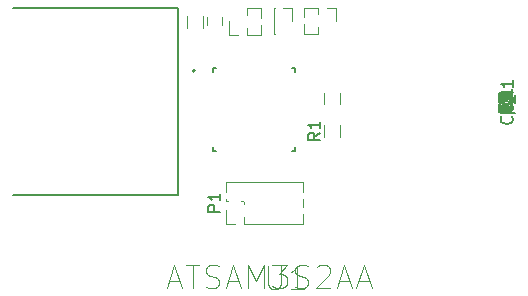
<source format=gbr>
G04 #@! TF.FileFunction,Legend,Top*
%FSLAX46Y46*%
G04 Gerber Fmt 4.6, Leading zero omitted, Abs format (unit mm)*
G04 Created by KiCad (PCBNEW 4.0.7) date 04/20/18 18:40:26*
%MOMM*%
%LPD*%
G01*
G04 APERTURE LIST*
%ADD10C,0.100000*%
%ADD11C,0.120000*%
%ADD12C,0.150000*%
%ADD13C,0.127000*%
%ADD14C,0.200000*%
%ADD15C,0.050000*%
G04 APERTURE END LIST*
D10*
D11*
X140147600Y-85756000D02*
X140147600Y-86456000D01*
X138947600Y-86456000D02*
X138947600Y-85756000D01*
D12*
X136470000Y-85000500D02*
X122520000Y-85000500D01*
X136470000Y-100800500D02*
X136470000Y-85000500D01*
X122520000Y-100800500D02*
X136470000Y-100800500D01*
D11*
X147024400Y-103263400D02*
X147024400Y-102440930D01*
X147024400Y-100555870D02*
X147024400Y-99733400D01*
X147024400Y-101825870D02*
X147024400Y-101170930D01*
X142009400Y-103263400D02*
X147024400Y-103263400D01*
X140554400Y-99733400D02*
X147024400Y-99733400D01*
X142009400Y-103263400D02*
X142009400Y-102696871D01*
X142009400Y-101569929D02*
X142009400Y-101426871D01*
X141955929Y-101373400D02*
X141812871Y-101373400D01*
X140685929Y-101373400D02*
X140554400Y-101373400D01*
X140554400Y-101373400D02*
X140554400Y-101170930D01*
X140554400Y-100555870D02*
X140554400Y-99733400D01*
X141249400Y-103263400D02*
X140489400Y-103263400D01*
X140489400Y-103263400D02*
X140489400Y-102133400D01*
X144578800Y-84970600D02*
X144578800Y-87190600D01*
X144578800Y-84970600D02*
X144643800Y-84970600D01*
X144578800Y-87190600D02*
X144643800Y-87190600D01*
X144578800Y-84970600D02*
X144578800Y-85517129D01*
X144578800Y-86644071D02*
X144578800Y-87190600D01*
X145338800Y-84970600D02*
X146098800Y-84970600D01*
X146098800Y-84970600D02*
X146098800Y-86080600D01*
X147107600Y-84970600D02*
X147107600Y-85773070D01*
X147107600Y-86388130D02*
X147107600Y-87190600D01*
X148312600Y-84970600D02*
X147107600Y-84970600D01*
X148312600Y-87190600D02*
X147107600Y-87190600D01*
X148312600Y-84970600D02*
X148312600Y-85517129D01*
X148312600Y-86644071D02*
X148312600Y-87190600D01*
X149072600Y-84970600D02*
X149832600Y-84970600D01*
X149832600Y-84970600D02*
X149832600Y-86080600D01*
X143493800Y-87241400D02*
X143493800Y-86438930D01*
X143493800Y-85823870D02*
X143493800Y-85021400D01*
X142288800Y-87241400D02*
X143493800Y-87241400D01*
X142288800Y-85021400D02*
X143493800Y-85021400D01*
X142288800Y-87241400D02*
X142288800Y-86694871D01*
X142288800Y-85567929D02*
X142288800Y-85021400D01*
X141528800Y-87241400D02*
X140768800Y-87241400D01*
X140768800Y-87241400D02*
X140768800Y-86131400D01*
X150133600Y-94902400D02*
X150133600Y-95902400D01*
X148773600Y-95902400D02*
X148773600Y-94902400D01*
X138602000Y-85707600D02*
X138602000Y-86707600D01*
X137242000Y-86707600D02*
X137242000Y-85707600D01*
X148773600Y-93159200D02*
X148773600Y-92159200D01*
X150133600Y-92159200D02*
X150133600Y-93159200D01*
D13*
X139675000Y-90099000D02*
X139375000Y-90099000D01*
X146375000Y-90399000D02*
X146375000Y-90099000D01*
X146075000Y-97099000D02*
X146375000Y-97099000D01*
X139375000Y-97099000D02*
X139675000Y-97099000D01*
X146375000Y-97099000D02*
X146375000Y-96799000D01*
X146375000Y-90099000D02*
X146075000Y-90099000D01*
X139375000Y-90099000D02*
X139375000Y-90399000D01*
X139375000Y-96799000D02*
X139375000Y-97099000D01*
D14*
X137875000Y-90299000D02*
G75*
G03X137875000Y-90299000I-100000J0D01*
G01*
D12*
X164618943Y-92825866D02*
X164666562Y-92873485D01*
X164714181Y-93016342D01*
X164714181Y-93111580D01*
X164666562Y-93254438D01*
X164571324Y-93349676D01*
X164476086Y-93397295D01*
X164285610Y-93444914D01*
X164142752Y-93444914D01*
X163952276Y-93397295D01*
X163857038Y-93349676D01*
X163761800Y-93254438D01*
X163714181Y-93111580D01*
X163714181Y-93016342D01*
X163761800Y-92873485D01*
X163809419Y-92825866D01*
X164714181Y-91873485D02*
X164714181Y-92444914D01*
X164714181Y-92159200D02*
X163714181Y-92159200D01*
X163857038Y-92254438D01*
X163952276Y-92349676D01*
X163999895Y-92444914D01*
X164695143Y-94178285D02*
X164742762Y-94225904D01*
X164790381Y-94368761D01*
X164790381Y-94463999D01*
X164742762Y-94606857D01*
X164647524Y-94702095D01*
X164552286Y-94749714D01*
X164361810Y-94797333D01*
X164218952Y-94797333D01*
X164028476Y-94749714D01*
X163933238Y-94702095D01*
X163838000Y-94606857D01*
X163790381Y-94463999D01*
X163790381Y-94368761D01*
X163838000Y-94225904D01*
X163885619Y-94178285D01*
X163790381Y-93559238D02*
X163790381Y-93368761D01*
X163838000Y-93273523D01*
X163933238Y-93178285D01*
X164123714Y-93130666D01*
X164457048Y-93130666D01*
X164647524Y-93178285D01*
X164742762Y-93273523D01*
X164790381Y-93368761D01*
X164790381Y-93559238D01*
X164742762Y-93654476D01*
X164647524Y-93749714D01*
X164457048Y-93797333D01*
X164123714Y-93797333D01*
X163933238Y-93749714D01*
X163838000Y-93654476D01*
X163790381Y-93559238D01*
X164790381Y-92702095D02*
X163790381Y-92702095D01*
X164790381Y-92130666D01*
X163790381Y-92130666D01*
X164790381Y-91130666D02*
X164790381Y-91702095D01*
X164790381Y-91416381D02*
X163790381Y-91416381D01*
X163933238Y-91511619D01*
X164028476Y-91606857D01*
X164076095Y-91702095D01*
X140006781Y-102236495D02*
X139006781Y-102236495D01*
X139006781Y-101855542D01*
X139054400Y-101760304D01*
X139102019Y-101712685D01*
X139197257Y-101665066D01*
X139340114Y-101665066D01*
X139435352Y-101712685D01*
X139482971Y-101760304D01*
X139530590Y-101855542D01*
X139530590Y-102236495D01*
X140006781Y-100712685D02*
X140006781Y-101284114D01*
X140006781Y-100998400D02*
X139006781Y-100998400D01*
X139149638Y-101093638D01*
X139244876Y-101188876D01*
X139292495Y-101284114D01*
X164942781Y-93905295D02*
X163942781Y-93905295D01*
X163942781Y-93524342D01*
X163990400Y-93429104D01*
X164038019Y-93381485D01*
X164133257Y-93333866D01*
X164276114Y-93333866D01*
X164371352Y-93381485D01*
X164418971Y-93429104D01*
X164466590Y-93524342D01*
X164466590Y-93905295D01*
X164038019Y-92952914D02*
X163990400Y-92905295D01*
X163942781Y-92810057D01*
X163942781Y-92571961D01*
X163990400Y-92476723D01*
X164038019Y-92429104D01*
X164133257Y-92381485D01*
X164228495Y-92381485D01*
X164371352Y-92429104D01*
X164942781Y-93000533D01*
X164942781Y-92381485D01*
X164587181Y-93829095D02*
X163587181Y-93829095D01*
X163587181Y-93448142D01*
X163634800Y-93352904D01*
X163682419Y-93305285D01*
X163777657Y-93257666D01*
X163920514Y-93257666D01*
X164015752Y-93305285D01*
X164063371Y-93352904D01*
X164110990Y-93448142D01*
X164110990Y-93829095D01*
X163587181Y-92924333D02*
X163587181Y-92305285D01*
X163968133Y-92638619D01*
X163968133Y-92495761D01*
X164015752Y-92400523D01*
X164063371Y-92352904D01*
X164158610Y-92305285D01*
X164396705Y-92305285D01*
X164491943Y-92352904D01*
X164539562Y-92400523D01*
X164587181Y-92495761D01*
X164587181Y-92781476D01*
X164539562Y-92876714D01*
X164491943Y-92924333D01*
X164663381Y-93778295D02*
X163663381Y-93778295D01*
X163663381Y-93397342D01*
X163711000Y-93302104D01*
X163758619Y-93254485D01*
X163853857Y-93206866D01*
X163996714Y-93206866D01*
X164091952Y-93254485D01*
X164139571Y-93302104D01*
X164187190Y-93397342D01*
X164187190Y-93778295D01*
X163996714Y-92349723D02*
X164663381Y-92349723D01*
X163615762Y-92587819D02*
X164330048Y-92825914D01*
X164330048Y-92206866D01*
X148455981Y-95569066D02*
X147979790Y-95902400D01*
X148455981Y-96140495D02*
X147455981Y-96140495D01*
X147455981Y-95759542D01*
X147503600Y-95664304D01*
X147551219Y-95616685D01*
X147646457Y-95569066D01*
X147789314Y-95569066D01*
X147884552Y-95616685D01*
X147932171Y-95664304D01*
X147979790Y-95759542D01*
X147979790Y-96140495D01*
X148455981Y-94616685D02*
X148455981Y-95188114D01*
X148455981Y-94902400D02*
X147455981Y-94902400D01*
X147598838Y-94997638D01*
X147694076Y-95092876D01*
X147741695Y-95188114D01*
X164663381Y-93029066D02*
X164187190Y-93362400D01*
X164663381Y-93600495D02*
X163663381Y-93600495D01*
X163663381Y-93219542D01*
X163711000Y-93124304D01*
X163758619Y-93076685D01*
X163853857Y-93029066D01*
X163996714Y-93029066D01*
X164091952Y-93076685D01*
X164139571Y-93124304D01*
X164187190Y-93219542D01*
X164187190Y-93600495D01*
X163758619Y-92648114D02*
X163711000Y-92600495D01*
X163663381Y-92505257D01*
X163663381Y-92267161D01*
X163711000Y-92171923D01*
X163758619Y-92124304D01*
X163853857Y-92076685D01*
X163949095Y-92076685D01*
X164091952Y-92124304D01*
X164663381Y-92695733D01*
X164663381Y-92076685D01*
X164790381Y-93333866D02*
X164314190Y-93667200D01*
X164790381Y-93905295D02*
X163790381Y-93905295D01*
X163790381Y-93524342D01*
X163838000Y-93429104D01*
X163885619Y-93381485D01*
X163980857Y-93333866D01*
X164123714Y-93333866D01*
X164218952Y-93381485D01*
X164266571Y-93429104D01*
X164314190Y-93524342D01*
X164314190Y-93905295D01*
X163790381Y-93000533D02*
X163790381Y-92381485D01*
X164171333Y-92714819D01*
X164171333Y-92571961D01*
X164218952Y-92476723D01*
X164266571Y-92429104D01*
X164361810Y-92381485D01*
X164599905Y-92381485D01*
X164695143Y-92429104D01*
X164742762Y-92476723D01*
X164790381Y-92571961D01*
X164790381Y-92857676D01*
X164742762Y-92952914D01*
X164695143Y-93000533D01*
D15*
X144056712Y-106806250D02*
X144056712Y-108384368D01*
X144149543Y-108570029D01*
X144242373Y-108662859D01*
X144428034Y-108755690D01*
X144799356Y-108755690D01*
X144985017Y-108662859D01*
X145077848Y-108570029D01*
X145170678Y-108384368D01*
X145170678Y-106806250D01*
X147120118Y-108755690D02*
X146006152Y-108755690D01*
X146563135Y-108755690D02*
X146563135Y-106806250D01*
X146377474Y-107084741D01*
X146191813Y-107270402D01*
X146006152Y-107363232D01*
X135672534Y-108146288D02*
X136596215Y-108146288D01*
X135487798Y-108700497D02*
X136134375Y-106760767D01*
X136780952Y-108700497D01*
X137150424Y-106760767D02*
X138258841Y-106760767D01*
X137704633Y-108700497D02*
X137704633Y-106760767D01*
X138813050Y-108608129D02*
X139090155Y-108700497D01*
X139551995Y-108700497D01*
X139736731Y-108608129D01*
X139829099Y-108515761D01*
X139921468Y-108331025D01*
X139921468Y-108146288D01*
X139829099Y-107961552D01*
X139736731Y-107869184D01*
X139551995Y-107776816D01*
X139182523Y-107684448D01*
X138997787Y-107592080D01*
X138905418Y-107499712D01*
X138813050Y-107314975D01*
X138813050Y-107130239D01*
X138905418Y-106945503D01*
X138997787Y-106853135D01*
X139182523Y-106760767D01*
X139644363Y-106760767D01*
X139921468Y-106853135D01*
X140660412Y-108146288D02*
X141584093Y-108146288D01*
X140475676Y-108700497D02*
X141122253Y-106760767D01*
X141768830Y-108700497D01*
X142415406Y-108700497D02*
X142415406Y-106760767D01*
X143061983Y-108146288D01*
X143708560Y-106760767D01*
X143708560Y-108700497D01*
X144447504Y-106760767D02*
X145648290Y-106760767D01*
X145001713Y-107499712D01*
X145278817Y-107499712D01*
X145463553Y-107592080D01*
X145555921Y-107684448D01*
X145648290Y-107869184D01*
X145648290Y-108331025D01*
X145555921Y-108515761D01*
X145463553Y-108608129D01*
X145278817Y-108700497D01*
X144724609Y-108700497D01*
X144539872Y-108608129D01*
X144447504Y-108515761D01*
X146387234Y-108608129D02*
X146664339Y-108700497D01*
X147126179Y-108700497D01*
X147310915Y-108608129D01*
X147403283Y-108515761D01*
X147495652Y-108331025D01*
X147495652Y-108146288D01*
X147403283Y-107961552D01*
X147310915Y-107869184D01*
X147126179Y-107776816D01*
X146756707Y-107684448D01*
X146571971Y-107592080D01*
X146479602Y-107499712D01*
X146387234Y-107314975D01*
X146387234Y-107130239D01*
X146479602Y-106945503D01*
X146571971Y-106853135D01*
X146756707Y-106760767D01*
X147218547Y-106760767D01*
X147495652Y-106853135D01*
X148234596Y-106945503D02*
X148326964Y-106853135D01*
X148511701Y-106760767D01*
X148973541Y-106760767D01*
X149158277Y-106853135D01*
X149250645Y-106945503D01*
X149343014Y-107130239D01*
X149343014Y-107314975D01*
X149250645Y-107592080D01*
X148142228Y-108700497D01*
X149343014Y-108700497D01*
X150081958Y-108146288D02*
X151005639Y-108146288D01*
X149897222Y-108700497D02*
X150543799Y-106760767D01*
X151190376Y-108700497D01*
X151744584Y-108146288D02*
X152668265Y-108146288D01*
X151559848Y-108700497D02*
X152206425Y-106760767D01*
X152853002Y-108700497D01*
M02*

</source>
